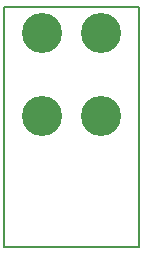
<source format=gbr>
G04 #@! TF.FileFunction,Soldermask,Bot*
%FSLAX46Y46*%
G04 Gerber Fmt 4.6, Leading zero omitted, Abs format (unit mm)*
G04 Created by KiCad (PCBNEW 4.0.6-e0-6349~53~ubuntu16.04.1) date Mon Jul 31 18:49:38 2017*
%MOMM*%
%LPD*%
G01*
G04 APERTURE LIST*
%ADD10C,0.100000*%
%ADD11C,0.150000*%
%ADD12C,3.400000*%
G04 APERTURE END LIST*
D10*
D11*
X0Y18415000D02*
X0Y-1905000D01*
X11430000Y18415000D02*
X0Y18415000D01*
X11430000Y-1905000D02*
X11430000Y18415000D01*
X0Y-1905000D02*
X11430000Y-1905000D01*
D12*
X3175000Y16200000D03*
X8175000Y16200000D03*
X8175000Y9200000D03*
X3175000Y9200000D03*
M02*

</source>
